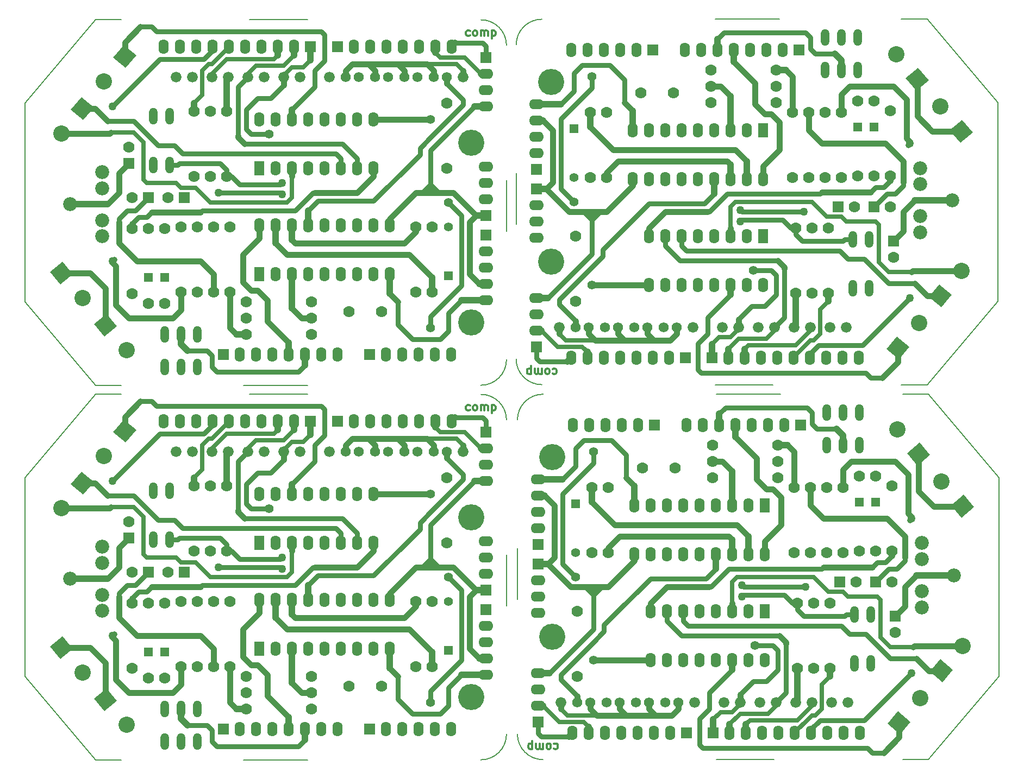
<source format=gtl>
G04 (created by PCBNEW (2013-07-07 BZR 4022)-stable) date 4/2/2015 4:19:38 PM*
%MOIN*%
G04 Gerber Fmt 3.4, Leading zero omitted, Abs format*
%FSLAX34Y34*%
G01*
G70*
G90*
G04 APERTURE LIST*
%ADD10C,0.00590551*%
%ADD11C,0.00787402*%
%ADD12C,0.011811*%
%ADD13O,0.052X0.104*%
%ADD14C,0.0859*%
%ADD15R,0.065X0.065*%
%ADD16O,0.062X0.09*%
%ADD17O,0.09X0.062*%
%ADD18C,0.07*%
%ADD19C,0.062*%
%ADD20C,0.066*%
%ADD21R,0.062X0.09*%
%ADD22R,0.055X0.055*%
%ADD23C,0.055*%
%ADD24C,0.1*%
%ADD25C,0.16*%
%ADD26C,0.05*%
%ADD27C,0.04*%
%ADD28C,0.035*%
%ADD29C,0.03*%
%ADD30C,0.025*%
G04 APERTURE END LIST*
G54D10*
G54D11*
X68251Y-15087D02*
X72188Y-15087D01*
X81243Y-15087D02*
X79668Y-15087D01*
X81243Y-37528D02*
X79668Y-37528D01*
X81243Y-15087D02*
X85574Y-20205D01*
X85574Y-21780D02*
X85574Y-20205D01*
X85574Y-25717D02*
X85574Y-21780D01*
X85574Y-32410D02*
X81243Y-37528D01*
X85574Y-32410D02*
X85574Y-25717D01*
X71794Y-37528D02*
X68251Y-37528D01*
X56046Y-27685D02*
X56046Y-24536D01*
X56046Y-35953D02*
G75*
G03X57621Y-37528I1574J0D01*
G74*
G01*
X57621Y-15087D02*
G75*
G03X56046Y-16662I0J-1574D01*
G74*
G01*
G54D12*
X58287Y-36562D02*
X58335Y-36538D01*
X58430Y-36538D01*
X58478Y-36562D01*
X58502Y-36586D01*
X58526Y-36633D01*
X58526Y-36776D01*
X58502Y-36824D01*
X58478Y-36848D01*
X58430Y-36871D01*
X58335Y-36871D01*
X58287Y-36848D01*
X58002Y-36538D02*
X58049Y-36562D01*
X58073Y-36586D01*
X58097Y-36633D01*
X58097Y-36776D01*
X58073Y-36824D01*
X58049Y-36848D01*
X58002Y-36871D01*
X57930Y-36871D01*
X57883Y-36848D01*
X57859Y-36824D01*
X57835Y-36776D01*
X57835Y-36633D01*
X57859Y-36586D01*
X57883Y-36562D01*
X57930Y-36538D01*
X58002Y-36538D01*
X57621Y-36538D02*
X57621Y-36871D01*
X57621Y-36824D02*
X57597Y-36848D01*
X57549Y-36871D01*
X57478Y-36871D01*
X57430Y-36848D01*
X57406Y-36800D01*
X57406Y-36538D01*
X57406Y-36800D02*
X57383Y-36848D01*
X57335Y-36871D01*
X57264Y-36871D01*
X57216Y-36848D01*
X57192Y-36800D01*
X57192Y-36538D01*
X56954Y-36871D02*
X56954Y-36371D01*
X56954Y-36848D02*
X56906Y-36871D01*
X56811Y-36871D01*
X56764Y-36848D01*
X56740Y-36824D01*
X56716Y-36776D01*
X56716Y-36633D01*
X56740Y-36586D01*
X56764Y-36562D01*
X56811Y-36538D01*
X56906Y-36538D01*
X56954Y-36562D01*
G54D11*
X43248Y-37562D02*
X39311Y-37562D01*
X30256Y-37562D02*
X31831Y-37562D01*
X30256Y-15121D02*
X31831Y-15121D01*
X30256Y-37562D02*
X25925Y-32444D01*
X25925Y-30869D02*
X25925Y-32444D01*
X25925Y-26932D02*
X25925Y-30869D01*
X25925Y-20239D02*
X30256Y-15121D01*
X25925Y-20239D02*
X25925Y-26932D01*
X39705Y-15121D02*
X43248Y-15121D01*
X55453Y-24964D02*
X55453Y-28113D01*
X55453Y-16696D02*
G75*
G03X53878Y-15121I-1574J0D01*
G74*
G01*
X53878Y-37562D02*
G75*
G03X55453Y-35987I0J1574D01*
G74*
G01*
G54D12*
X53212Y-16087D02*
X53164Y-16111D01*
X53069Y-16111D01*
X53021Y-16087D01*
X52997Y-16063D01*
X52973Y-16016D01*
X52973Y-15873D01*
X52997Y-15825D01*
X53021Y-15801D01*
X53069Y-15778D01*
X53164Y-15778D01*
X53212Y-15801D01*
X53497Y-16111D02*
X53450Y-16087D01*
X53426Y-16063D01*
X53402Y-16016D01*
X53402Y-15873D01*
X53426Y-15825D01*
X53450Y-15801D01*
X53497Y-15778D01*
X53569Y-15778D01*
X53616Y-15801D01*
X53640Y-15825D01*
X53664Y-15873D01*
X53664Y-16016D01*
X53640Y-16063D01*
X53616Y-16087D01*
X53569Y-16111D01*
X53497Y-16111D01*
X53878Y-16111D02*
X53878Y-15778D01*
X53878Y-15825D02*
X53902Y-15801D01*
X53950Y-15778D01*
X54021Y-15778D01*
X54069Y-15801D01*
X54093Y-15849D01*
X54093Y-16111D01*
X54093Y-15849D02*
X54116Y-15801D01*
X54164Y-15778D01*
X54235Y-15778D01*
X54283Y-15801D01*
X54307Y-15849D01*
X54307Y-16111D01*
X54545Y-15778D02*
X54545Y-16278D01*
X54545Y-15801D02*
X54593Y-15778D01*
X54688Y-15778D01*
X54735Y-15801D01*
X54759Y-15825D01*
X54783Y-15873D01*
X54783Y-16016D01*
X54759Y-16063D01*
X54735Y-16087D01*
X54688Y-16111D01*
X54593Y-16111D01*
X54545Y-16087D01*
G54D11*
X43248Y-60562D02*
X39311Y-60562D01*
X30256Y-60562D02*
X31831Y-60562D01*
X30256Y-38121D02*
X31831Y-38121D01*
X30256Y-60562D02*
X25925Y-55444D01*
X25925Y-53869D02*
X25925Y-55444D01*
X25925Y-49932D02*
X25925Y-53869D01*
X25925Y-43239D02*
X30256Y-38121D01*
X25925Y-43239D02*
X25925Y-49932D01*
X39705Y-38121D02*
X43248Y-38121D01*
X55453Y-47964D02*
X55453Y-51113D01*
X55453Y-39696D02*
G75*
G03X53878Y-38121I-1574J0D01*
G74*
G01*
X53878Y-60562D02*
G75*
G03X55453Y-58987I0J1574D01*
G74*
G01*
G54D12*
X53212Y-39087D02*
X53164Y-39111D01*
X53069Y-39111D01*
X53021Y-39087D01*
X52997Y-39063D01*
X52973Y-39016D01*
X52973Y-38873D01*
X52997Y-38825D01*
X53021Y-38801D01*
X53069Y-38778D01*
X53164Y-38778D01*
X53212Y-38801D01*
X53497Y-39111D02*
X53450Y-39087D01*
X53426Y-39063D01*
X53402Y-39016D01*
X53402Y-38873D01*
X53426Y-38825D01*
X53450Y-38801D01*
X53497Y-38778D01*
X53569Y-38778D01*
X53616Y-38801D01*
X53640Y-38825D01*
X53664Y-38873D01*
X53664Y-39016D01*
X53640Y-39063D01*
X53616Y-39087D01*
X53569Y-39111D01*
X53497Y-39111D01*
X53878Y-39111D02*
X53878Y-38778D01*
X53878Y-38825D02*
X53902Y-38801D01*
X53950Y-38778D01*
X54021Y-38778D01*
X54069Y-38801D01*
X54093Y-38849D01*
X54093Y-39111D01*
X54093Y-38849D02*
X54116Y-38801D01*
X54164Y-38778D01*
X54235Y-38778D01*
X54283Y-38801D01*
X54307Y-38849D01*
X54307Y-39111D01*
X54545Y-38778D02*
X54545Y-39278D01*
X54545Y-38801D02*
X54593Y-38778D01*
X54688Y-38778D01*
X54735Y-38801D01*
X54759Y-38825D01*
X54783Y-38873D01*
X54783Y-39016D01*
X54759Y-39063D01*
X54735Y-39087D01*
X54688Y-39111D01*
X54593Y-39111D01*
X54545Y-39087D01*
G54D11*
X68326Y-38112D02*
X72263Y-38112D01*
X81318Y-38112D02*
X79743Y-38112D01*
X81318Y-60553D02*
X79743Y-60553D01*
X81318Y-38112D02*
X85649Y-43230D01*
X85649Y-44805D02*
X85649Y-43230D01*
X85649Y-48742D02*
X85649Y-44805D01*
X85649Y-55435D02*
X81318Y-60553D01*
X85649Y-55435D02*
X85649Y-48742D01*
X71869Y-60553D02*
X68326Y-60553D01*
X56121Y-50710D02*
X56121Y-47561D01*
X56121Y-58978D02*
G75*
G03X57696Y-60553I1574J0D01*
G74*
G01*
X57696Y-38112D02*
G75*
G03X56121Y-39687I0J-1574D01*
G74*
G01*
G54D12*
X58362Y-59587D02*
X58410Y-59563D01*
X58505Y-59563D01*
X58553Y-59587D01*
X58577Y-59611D01*
X58601Y-59658D01*
X58601Y-59801D01*
X58577Y-59849D01*
X58553Y-59873D01*
X58505Y-59896D01*
X58410Y-59896D01*
X58362Y-59873D01*
X58077Y-59563D02*
X58124Y-59587D01*
X58148Y-59611D01*
X58172Y-59658D01*
X58172Y-59801D01*
X58148Y-59849D01*
X58124Y-59873D01*
X58077Y-59896D01*
X58005Y-59896D01*
X57958Y-59873D01*
X57934Y-59849D01*
X57910Y-59801D01*
X57910Y-59658D01*
X57934Y-59611D01*
X57958Y-59587D01*
X58005Y-59563D01*
X58077Y-59563D01*
X57696Y-59563D02*
X57696Y-59896D01*
X57696Y-59849D02*
X57672Y-59873D01*
X57624Y-59896D01*
X57553Y-59896D01*
X57505Y-59873D01*
X57481Y-59825D01*
X57481Y-59563D01*
X57481Y-59825D02*
X57458Y-59873D01*
X57410Y-59896D01*
X57339Y-59896D01*
X57291Y-59873D01*
X57267Y-59825D01*
X57267Y-59563D01*
X57029Y-59896D02*
X57029Y-59396D01*
X57029Y-59873D02*
X56981Y-59896D01*
X56886Y-59896D01*
X56839Y-59873D01*
X56815Y-59849D01*
X56791Y-59801D01*
X56791Y-59658D01*
X56815Y-59611D01*
X56839Y-59587D01*
X56886Y-59563D01*
X56981Y-59563D01*
X57029Y-59587D01*
G54D13*
X77000Y-18200D03*
X76000Y-18200D03*
X75000Y-18200D03*
X77000Y-16200D03*
X76000Y-16200D03*
X75000Y-16200D03*
G54D14*
X82800Y-26200D03*
X80832Y-28168D03*
X80832Y-27184D03*
X80832Y-25216D03*
X80832Y-24232D03*
G54D15*
X66418Y-35885D03*
G54D16*
X65418Y-35885D03*
X64418Y-35885D03*
X63418Y-35885D03*
X62418Y-35885D03*
X61418Y-35885D03*
X60418Y-35885D03*
X59418Y-35885D03*
G54D15*
X73406Y-16987D03*
G54D16*
X72406Y-16987D03*
X71406Y-16987D03*
X70406Y-16987D03*
X69406Y-16987D03*
X68406Y-16987D03*
X67406Y-16987D03*
X66406Y-16987D03*
G54D15*
X64433Y-16987D03*
G54D16*
X63433Y-16987D03*
X62433Y-16987D03*
X61433Y-16987D03*
X60433Y-16987D03*
X59433Y-16987D03*
G54D15*
X57300Y-24300D03*
G54D17*
X57300Y-23300D03*
X57300Y-22300D03*
X57300Y-21300D03*
X57300Y-20300D03*
G54D15*
X57300Y-35200D03*
G54D17*
X57300Y-34200D03*
X57300Y-33200D03*
X57300Y-32200D03*
G54D15*
X57300Y-25500D03*
G54D17*
X57300Y-26500D03*
X57300Y-27500D03*
X57300Y-28500D03*
G54D15*
X79200Y-28700D03*
G54D18*
X79200Y-29700D03*
G54D15*
X68063Y-35885D03*
G54D16*
X69063Y-35885D03*
X70063Y-35885D03*
X71063Y-35885D03*
X72063Y-35885D03*
X73063Y-35885D03*
X74063Y-35885D03*
X75063Y-35885D03*
X76063Y-35885D03*
X77063Y-35885D03*
G54D18*
X59700Y-32400D03*
X59700Y-28400D03*
X68000Y-19200D03*
X72000Y-19200D03*
X74000Y-24800D03*
X74000Y-20800D03*
X68000Y-20200D03*
X72000Y-20200D03*
X72000Y-18200D03*
X68000Y-18200D03*
X75000Y-20800D03*
X75000Y-24800D03*
X73000Y-20800D03*
X73000Y-24800D03*
X79000Y-20700D03*
X79000Y-24700D03*
X76000Y-24800D03*
X76000Y-20800D03*
X61600Y-20800D03*
X61600Y-24800D03*
X60600Y-20800D03*
X60600Y-24800D03*
X73200Y-31900D03*
X73200Y-27900D03*
G54D19*
X59700Y-34000D03*
G54D20*
X58700Y-34000D03*
X66900Y-34000D03*
G54D19*
X65900Y-34000D03*
X63300Y-34000D03*
X62300Y-34000D03*
G54D18*
X78000Y-20100D03*
X77000Y-20100D03*
G54D20*
X76300Y-34000D03*
X75300Y-34000D03*
G54D19*
X61500Y-34000D03*
X60500Y-34000D03*
G54D20*
X69700Y-34000D03*
X68700Y-34000D03*
X74100Y-34000D03*
X73100Y-34000D03*
X71900Y-34000D03*
X70900Y-34000D03*
G54D19*
X65100Y-34000D03*
X64100Y-34000D03*
G54D18*
X65700Y-19600D03*
X63700Y-19600D03*
G54D21*
X71200Y-21900D03*
G54D16*
X70200Y-21900D03*
X69200Y-21900D03*
X68200Y-21900D03*
X67200Y-21900D03*
X66200Y-21900D03*
X65200Y-21900D03*
X64200Y-21900D03*
X63200Y-21900D03*
X63200Y-24900D03*
X64200Y-24900D03*
X65200Y-24900D03*
X66200Y-24900D03*
X67200Y-24900D03*
X68200Y-24900D03*
X69200Y-24900D03*
X70200Y-24900D03*
X71200Y-24900D03*
G54D21*
X71200Y-28400D03*
G54D16*
X70200Y-28400D03*
X69200Y-28400D03*
X68200Y-28400D03*
X67200Y-28400D03*
X66200Y-28400D03*
X65200Y-28400D03*
X64200Y-28400D03*
X64200Y-31400D03*
X65200Y-31400D03*
X66200Y-31400D03*
X67200Y-31400D03*
X68200Y-31400D03*
X69200Y-31400D03*
X70200Y-31400D03*
X71200Y-31400D03*
G54D22*
X77000Y-21700D03*
G54D18*
X77000Y-24700D03*
G54D22*
X78000Y-21700D03*
G54D18*
X78000Y-24700D03*
G54D22*
X59600Y-21800D03*
G54D23*
X59600Y-24800D03*
G54D15*
X75800Y-26600D03*
G54D18*
X76800Y-26600D03*
G54D15*
X78000Y-26600D03*
G54D18*
X79000Y-26600D03*
G54D10*
G36*
X82118Y-32770D02*
X81352Y-32127D01*
X81995Y-31361D01*
X82761Y-32004D01*
X82118Y-32770D01*
X82118Y-32770D01*
G37*
G54D24*
X83342Y-30533D03*
G54D10*
G36*
X79518Y-35970D02*
X78752Y-35327D01*
X79395Y-34561D01*
X80161Y-35204D01*
X79518Y-35970D01*
X79518Y-35970D01*
G37*
G54D24*
X80742Y-33733D03*
G54D10*
G36*
X84047Y-22027D02*
X83281Y-22670D01*
X82638Y-21904D01*
X83404Y-21261D01*
X84047Y-22027D01*
X84047Y-22027D01*
G37*
G54D24*
X82057Y-20433D03*
G54D25*
X58193Y-18955D03*
X58193Y-29979D03*
G54D13*
X77700Y-28600D03*
X76700Y-28600D03*
X76700Y-31600D03*
X77700Y-31600D03*
G54D18*
X74200Y-27900D03*
X74200Y-31900D03*
X75200Y-27900D03*
X75200Y-31900D03*
G54D10*
G36*
X81347Y-18827D02*
X80581Y-19470D01*
X79938Y-18704D01*
X80704Y-18061D01*
X81347Y-18827D01*
X81347Y-18827D01*
G37*
G54D24*
X79357Y-17233D03*
G54D13*
X34500Y-34450D03*
X35500Y-34450D03*
X36500Y-34450D03*
X34500Y-36450D03*
X35500Y-36450D03*
X36500Y-36450D03*
G54D14*
X28700Y-26450D03*
X30668Y-24482D03*
X30668Y-25466D03*
X30668Y-27434D03*
X30668Y-28418D03*
G54D15*
X45081Y-16764D03*
G54D16*
X46081Y-16764D03*
X47081Y-16764D03*
X48081Y-16764D03*
X49081Y-16764D03*
X50081Y-16764D03*
X51081Y-16764D03*
X52081Y-16764D03*
G54D15*
X38093Y-35662D03*
G54D16*
X39093Y-35662D03*
X40093Y-35662D03*
X41093Y-35662D03*
X42093Y-35662D03*
X43093Y-35662D03*
X44093Y-35662D03*
X45093Y-35662D03*
G54D15*
X47066Y-35662D03*
G54D16*
X48066Y-35662D03*
X49066Y-35662D03*
X50066Y-35662D03*
X51066Y-35662D03*
X52066Y-35662D03*
G54D15*
X54200Y-28350D03*
G54D17*
X54200Y-29350D03*
X54200Y-30350D03*
X54200Y-31350D03*
X54200Y-32350D03*
G54D15*
X54200Y-17450D03*
G54D17*
X54200Y-18450D03*
X54200Y-19450D03*
X54200Y-20450D03*
G54D15*
X54200Y-27150D03*
G54D17*
X54200Y-26150D03*
X54200Y-25150D03*
X54200Y-24150D03*
G54D15*
X32300Y-23950D03*
G54D18*
X32300Y-22950D03*
G54D15*
X43436Y-16764D03*
G54D16*
X42436Y-16764D03*
X41436Y-16764D03*
X40436Y-16764D03*
X39436Y-16764D03*
X38436Y-16764D03*
X37436Y-16764D03*
X36436Y-16764D03*
X35436Y-16764D03*
X34436Y-16764D03*
G54D18*
X51800Y-20250D03*
X51800Y-24250D03*
X43500Y-33450D03*
X39500Y-33450D03*
X37500Y-27850D03*
X37500Y-31850D03*
X43500Y-32450D03*
X39500Y-32450D03*
X39500Y-34450D03*
X43500Y-34450D03*
X36500Y-31850D03*
X36500Y-27850D03*
X38500Y-31850D03*
X38500Y-27850D03*
X32500Y-31950D03*
X32500Y-27950D03*
X35500Y-27850D03*
X35500Y-31850D03*
X49900Y-31850D03*
X49900Y-27850D03*
X50900Y-31850D03*
X50900Y-27850D03*
X38300Y-20750D03*
X38300Y-24750D03*
G54D19*
X51800Y-18650D03*
G54D20*
X52800Y-18650D03*
X44600Y-18650D03*
G54D19*
X45600Y-18650D03*
X48200Y-18650D03*
X49200Y-18650D03*
G54D18*
X33500Y-32550D03*
X34500Y-32550D03*
G54D20*
X35200Y-18650D03*
X36200Y-18650D03*
G54D19*
X50000Y-18650D03*
X51000Y-18650D03*
G54D20*
X41800Y-18650D03*
X42800Y-18650D03*
X37400Y-18650D03*
X38400Y-18650D03*
X39600Y-18650D03*
X40600Y-18650D03*
G54D19*
X46400Y-18650D03*
X47400Y-18650D03*
G54D18*
X45800Y-33050D03*
X47800Y-33050D03*
G54D21*
X40300Y-30750D03*
G54D16*
X41300Y-30750D03*
X42300Y-30750D03*
X43300Y-30750D03*
X44300Y-30750D03*
X45300Y-30750D03*
X46300Y-30750D03*
X47300Y-30750D03*
X48300Y-30750D03*
X48300Y-27750D03*
X47300Y-27750D03*
X46300Y-27750D03*
X45300Y-27750D03*
X44300Y-27750D03*
X43300Y-27750D03*
X42300Y-27750D03*
X41300Y-27750D03*
X40300Y-27750D03*
G54D21*
X40300Y-24250D03*
G54D16*
X41300Y-24250D03*
X42300Y-24250D03*
X43300Y-24250D03*
X44300Y-24250D03*
X45300Y-24250D03*
X46300Y-24250D03*
X47300Y-24250D03*
X47300Y-21250D03*
X46300Y-21250D03*
X45300Y-21250D03*
X44300Y-21250D03*
X43300Y-21250D03*
X42300Y-21250D03*
X41300Y-21250D03*
X40300Y-21250D03*
G54D22*
X34500Y-30950D03*
G54D18*
X34500Y-27950D03*
G54D22*
X33500Y-30950D03*
G54D18*
X33500Y-27950D03*
G54D22*
X51900Y-30850D03*
G54D23*
X51900Y-27850D03*
G54D15*
X35700Y-26050D03*
G54D18*
X34700Y-26050D03*
G54D15*
X33500Y-26050D03*
G54D18*
X32500Y-26050D03*
G54D10*
G36*
X29381Y-19879D02*
X30147Y-20522D01*
X29504Y-21288D01*
X28738Y-20645D01*
X29381Y-19879D01*
X29381Y-19879D01*
G37*
G54D24*
X28157Y-22116D03*
G54D10*
G36*
X31981Y-16679D02*
X32747Y-17322D01*
X32104Y-18088D01*
X31338Y-17445D01*
X31981Y-16679D01*
X31981Y-16679D01*
G37*
G54D24*
X30757Y-18916D03*
G54D10*
G36*
X27452Y-30622D02*
X28218Y-29979D01*
X28861Y-30745D01*
X28095Y-31388D01*
X27452Y-30622D01*
X27452Y-30622D01*
G37*
G54D24*
X29442Y-32216D03*
G54D25*
X53306Y-33694D03*
X53306Y-22670D03*
G54D13*
X33800Y-24050D03*
X34800Y-24050D03*
X34800Y-21050D03*
X33800Y-21050D03*
G54D18*
X37300Y-24750D03*
X37300Y-20750D03*
X36300Y-24750D03*
X36300Y-20750D03*
G54D10*
G36*
X30152Y-33822D02*
X30918Y-33179D01*
X31561Y-33945D01*
X30795Y-34588D01*
X30152Y-33822D01*
X30152Y-33822D01*
G37*
G54D24*
X32142Y-35416D03*
G54D13*
X34500Y-57450D03*
X35500Y-57450D03*
X36500Y-57450D03*
X34500Y-59450D03*
X35500Y-59450D03*
X36500Y-59450D03*
G54D14*
X28700Y-49450D03*
X30668Y-47482D03*
X30668Y-48466D03*
X30668Y-50434D03*
X30668Y-51418D03*
G54D15*
X45081Y-39764D03*
G54D16*
X46081Y-39764D03*
X47081Y-39764D03*
X48081Y-39764D03*
X49081Y-39764D03*
X50081Y-39764D03*
X51081Y-39764D03*
X52081Y-39764D03*
G54D15*
X38093Y-58662D03*
G54D16*
X39093Y-58662D03*
X40093Y-58662D03*
X41093Y-58662D03*
X42093Y-58662D03*
X43093Y-58662D03*
X44093Y-58662D03*
X45093Y-58662D03*
G54D15*
X47066Y-58662D03*
G54D16*
X48066Y-58662D03*
X49066Y-58662D03*
X50066Y-58662D03*
X51066Y-58662D03*
X52066Y-58662D03*
G54D15*
X54200Y-51350D03*
G54D17*
X54200Y-52350D03*
X54200Y-53350D03*
X54200Y-54350D03*
X54200Y-55350D03*
G54D15*
X54200Y-40450D03*
G54D17*
X54200Y-41450D03*
X54200Y-42450D03*
X54200Y-43450D03*
G54D15*
X54200Y-50150D03*
G54D17*
X54200Y-49150D03*
X54200Y-48150D03*
X54200Y-47150D03*
G54D15*
X32300Y-46950D03*
G54D18*
X32300Y-45950D03*
G54D15*
X43436Y-39764D03*
G54D16*
X42436Y-39764D03*
X41436Y-39764D03*
X40436Y-39764D03*
X39436Y-39764D03*
X38436Y-39764D03*
X37436Y-39764D03*
X36436Y-39764D03*
X35436Y-39764D03*
X34436Y-39764D03*
G54D18*
X51800Y-43250D03*
X51800Y-47250D03*
X43500Y-56450D03*
X39500Y-56450D03*
X37500Y-50850D03*
X37500Y-54850D03*
X43500Y-55450D03*
X39500Y-55450D03*
X39500Y-57450D03*
X43500Y-57450D03*
X36500Y-54850D03*
X36500Y-50850D03*
X38500Y-54850D03*
X38500Y-50850D03*
X32500Y-54950D03*
X32500Y-50950D03*
X35500Y-50850D03*
X35500Y-54850D03*
X49900Y-54850D03*
X49900Y-50850D03*
X50900Y-54850D03*
X50900Y-50850D03*
X38300Y-43750D03*
X38300Y-47750D03*
G54D19*
X51800Y-41650D03*
G54D20*
X52800Y-41650D03*
X44600Y-41650D03*
G54D19*
X45600Y-41650D03*
X48200Y-41650D03*
X49200Y-41650D03*
G54D18*
X33500Y-55550D03*
X34500Y-55550D03*
G54D20*
X35200Y-41650D03*
X36200Y-41650D03*
G54D19*
X50000Y-41650D03*
X51000Y-41650D03*
G54D20*
X41800Y-41650D03*
X42800Y-41650D03*
X37400Y-41650D03*
X38400Y-41650D03*
X39600Y-41650D03*
X40600Y-41650D03*
G54D19*
X46400Y-41650D03*
X47400Y-41650D03*
G54D18*
X45800Y-56050D03*
X47800Y-56050D03*
G54D21*
X40300Y-53750D03*
G54D16*
X41300Y-53750D03*
X42300Y-53750D03*
X43300Y-53750D03*
X44300Y-53750D03*
X45300Y-53750D03*
X46300Y-53750D03*
X47300Y-53750D03*
X48300Y-53750D03*
X48300Y-50750D03*
X47300Y-50750D03*
X46300Y-50750D03*
X45300Y-50750D03*
X44300Y-50750D03*
X43300Y-50750D03*
X42300Y-50750D03*
X41300Y-50750D03*
X40300Y-50750D03*
G54D21*
X40300Y-47250D03*
G54D16*
X41300Y-47250D03*
X42300Y-47250D03*
X43300Y-47250D03*
X44300Y-47250D03*
X45300Y-47250D03*
X46300Y-47250D03*
X47300Y-47250D03*
X47300Y-44250D03*
X46300Y-44250D03*
X45300Y-44250D03*
X44300Y-44250D03*
X43300Y-44250D03*
X42300Y-44250D03*
X41300Y-44250D03*
X40300Y-44250D03*
G54D22*
X34500Y-53950D03*
G54D18*
X34500Y-50950D03*
G54D22*
X33500Y-53950D03*
G54D18*
X33500Y-50950D03*
G54D22*
X51900Y-53850D03*
G54D23*
X51900Y-50850D03*
G54D15*
X35700Y-49050D03*
G54D18*
X34700Y-49050D03*
G54D15*
X33500Y-49050D03*
G54D18*
X32500Y-49050D03*
G54D10*
G36*
X29381Y-42879D02*
X30147Y-43522D01*
X29504Y-44288D01*
X28738Y-43645D01*
X29381Y-42879D01*
X29381Y-42879D01*
G37*
G54D24*
X28157Y-45116D03*
G54D10*
G36*
X31981Y-39679D02*
X32747Y-40322D01*
X32104Y-41088D01*
X31338Y-40445D01*
X31981Y-39679D01*
X31981Y-39679D01*
G37*
G54D24*
X30757Y-41916D03*
G54D10*
G36*
X27452Y-53622D02*
X28218Y-52979D01*
X28861Y-53745D01*
X28095Y-54388D01*
X27452Y-53622D01*
X27452Y-53622D01*
G37*
G54D24*
X29442Y-55216D03*
G54D25*
X53306Y-56694D03*
X53306Y-45670D03*
G54D13*
X33800Y-47050D03*
X34800Y-47050D03*
X34800Y-44050D03*
X33800Y-44050D03*
G54D18*
X37300Y-47750D03*
X37300Y-43750D03*
X36300Y-47750D03*
X36300Y-43750D03*
G54D10*
G36*
X30152Y-56822D02*
X30918Y-56179D01*
X31561Y-56945D01*
X30795Y-57588D01*
X30152Y-56822D01*
X30152Y-56822D01*
G37*
G54D24*
X32142Y-58416D03*
G54D13*
X77075Y-41225D03*
X76075Y-41225D03*
X75075Y-41225D03*
X77075Y-39225D03*
X76075Y-39225D03*
X75075Y-39225D03*
G54D14*
X82875Y-49225D03*
X80907Y-51193D03*
X80907Y-50209D03*
X80907Y-48241D03*
X80907Y-47257D03*
G54D15*
X66493Y-58910D03*
G54D16*
X65493Y-58910D03*
X64493Y-58910D03*
X63493Y-58910D03*
X62493Y-58910D03*
X61493Y-58910D03*
X60493Y-58910D03*
X59493Y-58910D03*
G54D15*
X73481Y-40012D03*
G54D16*
X72481Y-40012D03*
X71481Y-40012D03*
X70481Y-40012D03*
X69481Y-40012D03*
X68481Y-40012D03*
X67481Y-40012D03*
X66481Y-40012D03*
G54D15*
X64508Y-40012D03*
G54D16*
X63508Y-40012D03*
X62508Y-40012D03*
X61508Y-40012D03*
X60508Y-40012D03*
X59508Y-40012D03*
G54D15*
X57375Y-47325D03*
G54D17*
X57375Y-46325D03*
X57375Y-45325D03*
X57375Y-44325D03*
X57375Y-43325D03*
G54D15*
X57375Y-58225D03*
G54D17*
X57375Y-57225D03*
X57375Y-56225D03*
X57375Y-55225D03*
G54D15*
X57375Y-48525D03*
G54D17*
X57375Y-49525D03*
X57375Y-50525D03*
X57375Y-51525D03*
G54D15*
X79275Y-51725D03*
G54D18*
X79275Y-52725D03*
G54D15*
X68138Y-58910D03*
G54D16*
X69138Y-58910D03*
X70138Y-58910D03*
X71138Y-58910D03*
X72138Y-58910D03*
X73138Y-58910D03*
X74138Y-58910D03*
X75138Y-58910D03*
X76138Y-58910D03*
X77138Y-58910D03*
G54D18*
X59775Y-55425D03*
X59775Y-51425D03*
X68075Y-42225D03*
X72075Y-42225D03*
X74075Y-47825D03*
X74075Y-43825D03*
X68075Y-43225D03*
X72075Y-43225D03*
X72075Y-41225D03*
X68075Y-41225D03*
X75075Y-43825D03*
X75075Y-47825D03*
X73075Y-43825D03*
X73075Y-47825D03*
X79075Y-43725D03*
X79075Y-47725D03*
X76075Y-47825D03*
X76075Y-43825D03*
X61675Y-43825D03*
X61675Y-47825D03*
X60675Y-43825D03*
X60675Y-47825D03*
X73275Y-54925D03*
X73275Y-50925D03*
G54D19*
X59775Y-57025D03*
G54D20*
X58775Y-57025D03*
X66975Y-57025D03*
G54D19*
X65975Y-57025D03*
X63375Y-57025D03*
X62375Y-57025D03*
G54D18*
X78075Y-43125D03*
X77075Y-43125D03*
G54D20*
X76375Y-57025D03*
X75375Y-57025D03*
G54D19*
X61575Y-57025D03*
X60575Y-57025D03*
G54D20*
X69775Y-57025D03*
X68775Y-57025D03*
X74175Y-57025D03*
X73175Y-57025D03*
X71975Y-57025D03*
X70975Y-57025D03*
G54D19*
X65175Y-57025D03*
X64175Y-57025D03*
G54D18*
X65775Y-42625D03*
X63775Y-42625D03*
G54D21*
X71275Y-44925D03*
G54D16*
X70275Y-44925D03*
X69275Y-44925D03*
X68275Y-44925D03*
X67275Y-44925D03*
X66275Y-44925D03*
X65275Y-44925D03*
X64275Y-44925D03*
X63275Y-44925D03*
X63275Y-47925D03*
X64275Y-47925D03*
X65275Y-47925D03*
X66275Y-47925D03*
X67275Y-47925D03*
X68275Y-47925D03*
X69275Y-47925D03*
X70275Y-47925D03*
X71275Y-47925D03*
G54D21*
X71275Y-51425D03*
G54D16*
X70275Y-51425D03*
X69275Y-51425D03*
X68275Y-51425D03*
X67275Y-51425D03*
X66275Y-51425D03*
X65275Y-51425D03*
X64275Y-51425D03*
X64275Y-54425D03*
X65275Y-54425D03*
X66275Y-54425D03*
X67275Y-54425D03*
X68275Y-54425D03*
X69275Y-54425D03*
X70275Y-54425D03*
X71275Y-54425D03*
G54D22*
X77075Y-44725D03*
G54D18*
X77075Y-47725D03*
G54D22*
X78075Y-44725D03*
G54D18*
X78075Y-47725D03*
G54D22*
X59675Y-44825D03*
G54D23*
X59675Y-47825D03*
G54D15*
X75875Y-49625D03*
G54D18*
X76875Y-49625D03*
G54D15*
X78075Y-49625D03*
G54D18*
X79075Y-49625D03*
G54D10*
G36*
X82193Y-55795D02*
X81427Y-55152D01*
X82070Y-54386D01*
X82836Y-55029D01*
X82193Y-55795D01*
X82193Y-55795D01*
G37*
G54D24*
X83417Y-53558D03*
G54D10*
G36*
X79593Y-58995D02*
X78827Y-58352D01*
X79470Y-57586D01*
X80236Y-58229D01*
X79593Y-58995D01*
X79593Y-58995D01*
G37*
G54D24*
X80817Y-56758D03*
G54D10*
G36*
X84122Y-45052D02*
X83356Y-45695D01*
X82713Y-44929D01*
X83479Y-44286D01*
X84122Y-45052D01*
X84122Y-45052D01*
G37*
G54D24*
X82132Y-43458D03*
G54D25*
X58268Y-41980D03*
X58268Y-53004D03*
G54D13*
X77775Y-51625D03*
X76775Y-51625D03*
X76775Y-54625D03*
X77775Y-54625D03*
G54D18*
X74275Y-50925D03*
X74275Y-54925D03*
X75275Y-50925D03*
X75275Y-54925D03*
G54D10*
G36*
X81422Y-41852D02*
X80656Y-42495D01*
X80013Y-41729D01*
X80779Y-41086D01*
X81422Y-41852D01*
X81422Y-41852D01*
G37*
G54D24*
X79432Y-40258D03*
G54D23*
X60700Y-31400D03*
X50800Y-21250D03*
X50800Y-44250D03*
X60775Y-54425D03*
X70600Y-30500D03*
X40900Y-22150D03*
X40900Y-45150D03*
X70675Y-53525D03*
X60700Y-18600D03*
X59600Y-26300D03*
X50800Y-34050D03*
X51900Y-26350D03*
X50800Y-57050D03*
X51900Y-49350D03*
X60775Y-41625D03*
X59675Y-49325D03*
G54D26*
X69800Y-27500D03*
X80200Y-32200D03*
X41700Y-25150D03*
X31300Y-20450D03*
X41700Y-48150D03*
X31300Y-43450D03*
X69875Y-50525D03*
X80275Y-55225D03*
X73700Y-26900D03*
X69800Y-26800D03*
X37800Y-25750D03*
X41700Y-25850D03*
X37800Y-48750D03*
X41700Y-48850D03*
X73775Y-49925D03*
X69875Y-49825D03*
X80200Y-22700D03*
X31300Y-29950D03*
X31300Y-52950D03*
X80275Y-45725D03*
G54D27*
X57300Y-32200D02*
X58000Y-32200D01*
G54D28*
X60700Y-31400D02*
X61900Y-31400D01*
G54D29*
X61900Y-31400D02*
X61800Y-31400D01*
G54D28*
X61800Y-31400D02*
X64200Y-31400D01*
G54D29*
X60700Y-27400D02*
X60700Y-27100D01*
X60700Y-27900D02*
X60700Y-27400D01*
X60700Y-27400D02*
X60200Y-26900D01*
X60700Y-27400D02*
X61200Y-26900D01*
X60700Y-29500D02*
X60700Y-27900D01*
X58000Y-32200D02*
X60700Y-29500D01*
G54D28*
X63200Y-24900D02*
X63200Y-25300D01*
X63200Y-25300D02*
X61600Y-26900D01*
X61600Y-26900D02*
X61200Y-26900D01*
X59300Y-26900D02*
X57900Y-25500D01*
X61200Y-26900D02*
X60200Y-26900D01*
X60200Y-26900D02*
X59300Y-26900D01*
G54D27*
X57300Y-21300D02*
X57700Y-21300D01*
X57900Y-25500D02*
X57300Y-25500D01*
G54D28*
X58300Y-25100D02*
X57900Y-25500D01*
X58300Y-21900D02*
X58300Y-25100D01*
X57700Y-21300D02*
X58300Y-21900D01*
G54D27*
X69406Y-16987D02*
X69406Y-17706D01*
G54D28*
X71200Y-24100D02*
X71200Y-24900D01*
X72200Y-23100D02*
X71200Y-24100D01*
X72200Y-21400D02*
X72200Y-23100D01*
X71700Y-20900D02*
X72200Y-21400D01*
X71300Y-20900D02*
X71700Y-20900D01*
X70700Y-20300D02*
X71300Y-20900D01*
X70700Y-19000D02*
X70700Y-20300D01*
X69406Y-17706D02*
X70700Y-19000D01*
G54D27*
X54200Y-20450D02*
X53500Y-20450D01*
G54D28*
X50800Y-21250D02*
X49600Y-21250D01*
G54D29*
X49600Y-21250D02*
X49700Y-21250D01*
G54D28*
X49700Y-21250D02*
X47300Y-21250D01*
G54D29*
X50800Y-25250D02*
X50800Y-25550D01*
X50800Y-24750D02*
X50800Y-25250D01*
X50800Y-25250D02*
X51300Y-25750D01*
X50800Y-25250D02*
X50300Y-25750D01*
X50800Y-23150D02*
X50800Y-24750D01*
X53500Y-20450D02*
X50800Y-23150D01*
G54D28*
X48300Y-27750D02*
X48300Y-27350D01*
X48300Y-27350D02*
X49900Y-25750D01*
X49900Y-25750D02*
X50300Y-25750D01*
X52200Y-25750D02*
X53600Y-27150D01*
X50300Y-25750D02*
X51300Y-25750D01*
X51300Y-25750D02*
X52200Y-25750D01*
G54D27*
X54200Y-31350D02*
X53800Y-31350D01*
X53600Y-27150D02*
X54200Y-27150D01*
G54D28*
X53200Y-27550D02*
X53600Y-27150D01*
X53200Y-30750D02*
X53200Y-27550D01*
X53800Y-31350D02*
X53200Y-30750D01*
G54D27*
X42093Y-35662D02*
X42093Y-34943D01*
G54D28*
X40300Y-28550D02*
X40300Y-27750D01*
X39300Y-29550D02*
X40300Y-28550D01*
X39300Y-31250D02*
X39300Y-29550D01*
X39800Y-31750D02*
X39300Y-31250D01*
X40200Y-31750D02*
X39800Y-31750D01*
X40800Y-32350D02*
X40200Y-31750D01*
X40800Y-33650D02*
X40800Y-32350D01*
X42093Y-34943D02*
X40800Y-33650D01*
G54D27*
X54200Y-43450D02*
X53500Y-43450D01*
G54D28*
X50800Y-44250D02*
X49600Y-44250D01*
G54D29*
X49600Y-44250D02*
X49700Y-44250D01*
G54D28*
X49700Y-44250D02*
X47300Y-44250D01*
G54D29*
X50800Y-48250D02*
X50800Y-48550D01*
X50800Y-47750D02*
X50800Y-48250D01*
X50800Y-48250D02*
X51300Y-48750D01*
X50800Y-48250D02*
X50300Y-48750D01*
X50800Y-46150D02*
X50800Y-47750D01*
X53500Y-43450D02*
X50800Y-46150D01*
G54D28*
X48300Y-50750D02*
X48300Y-50350D01*
X48300Y-50350D02*
X49900Y-48750D01*
X49900Y-48750D02*
X50300Y-48750D01*
X52200Y-48750D02*
X53600Y-50150D01*
X50300Y-48750D02*
X51300Y-48750D01*
X51300Y-48750D02*
X52200Y-48750D01*
G54D27*
X54200Y-54350D02*
X53800Y-54350D01*
X53600Y-50150D02*
X54200Y-50150D01*
G54D28*
X53200Y-50550D02*
X53600Y-50150D01*
X53200Y-53750D02*
X53200Y-50550D01*
X53800Y-54350D02*
X53200Y-53750D01*
G54D27*
X42093Y-58662D02*
X42093Y-57943D01*
G54D28*
X40300Y-51550D02*
X40300Y-50750D01*
X39300Y-52550D02*
X40300Y-51550D01*
X39300Y-54250D02*
X39300Y-52550D01*
X39800Y-54750D02*
X39300Y-54250D01*
X40200Y-54750D02*
X39800Y-54750D01*
X40800Y-55350D02*
X40200Y-54750D01*
X40800Y-56650D02*
X40800Y-55350D01*
X42093Y-57943D02*
X40800Y-56650D01*
G54D27*
X57375Y-55225D02*
X58075Y-55225D01*
G54D28*
X60775Y-54425D02*
X61975Y-54425D01*
G54D29*
X61975Y-54425D02*
X61875Y-54425D01*
G54D28*
X61875Y-54425D02*
X64275Y-54425D01*
G54D29*
X60775Y-50425D02*
X60775Y-50125D01*
X60775Y-50925D02*
X60775Y-50425D01*
X60775Y-50425D02*
X60275Y-49925D01*
X60775Y-50425D02*
X61275Y-49925D01*
X60775Y-52525D02*
X60775Y-50925D01*
X58075Y-55225D02*
X60775Y-52525D01*
G54D28*
X63275Y-47925D02*
X63275Y-48325D01*
X63275Y-48325D02*
X61675Y-49925D01*
X61675Y-49925D02*
X61275Y-49925D01*
X59375Y-49925D02*
X57975Y-48525D01*
X61275Y-49925D02*
X60275Y-49925D01*
X60275Y-49925D02*
X59375Y-49925D01*
G54D27*
X57375Y-44325D02*
X57775Y-44325D01*
X57975Y-48525D02*
X57375Y-48525D01*
G54D28*
X58375Y-48125D02*
X57975Y-48525D01*
X58375Y-44925D02*
X58375Y-48125D01*
X57775Y-44325D02*
X58375Y-44925D01*
G54D27*
X69481Y-40012D02*
X69481Y-40731D01*
G54D28*
X71275Y-47125D02*
X71275Y-47925D01*
X72275Y-46125D02*
X71275Y-47125D01*
X72275Y-44425D02*
X72275Y-46125D01*
X71775Y-43925D02*
X72275Y-44425D01*
X71375Y-43925D02*
X71775Y-43925D01*
X70775Y-43325D02*
X71375Y-43925D01*
X70775Y-42025D02*
X70775Y-43325D01*
X69481Y-40731D02*
X70775Y-42025D01*
G54D29*
X68600Y-26200D02*
X69000Y-25800D01*
X74700Y-25800D02*
X74800Y-25700D01*
X69000Y-25800D02*
X74700Y-25800D01*
X67900Y-26900D02*
X67800Y-26900D01*
X68600Y-26200D02*
X67900Y-26900D01*
G54D28*
X67800Y-26900D02*
X65200Y-26900D01*
X79000Y-24700D02*
X79000Y-25000D01*
X64200Y-27900D02*
X64200Y-28400D01*
X65200Y-26900D02*
X64200Y-27900D01*
X77800Y-25700D02*
X74800Y-25700D01*
G54D29*
X78100Y-25400D02*
X77800Y-25700D01*
X78600Y-25400D02*
X78100Y-25400D01*
X79000Y-25000D02*
X78600Y-25400D01*
X42900Y-26450D02*
X42500Y-26850D01*
X36800Y-26850D02*
X36700Y-26950D01*
X42500Y-26850D02*
X36800Y-26850D01*
X43600Y-25750D02*
X43700Y-25750D01*
X42900Y-26450D02*
X43600Y-25750D01*
G54D28*
X43700Y-25750D02*
X46300Y-25750D01*
X32500Y-27950D02*
X32500Y-27650D01*
X47300Y-24750D02*
X47300Y-24250D01*
X46300Y-25750D02*
X47300Y-24750D01*
X33700Y-26950D02*
X36700Y-26950D01*
G54D29*
X33400Y-27250D02*
X33700Y-26950D01*
X32900Y-27250D02*
X33400Y-27250D01*
X32500Y-27650D02*
X32900Y-27250D01*
X42900Y-49450D02*
X42500Y-49850D01*
X36800Y-49850D02*
X36700Y-49950D01*
X42500Y-49850D02*
X36800Y-49850D01*
X43600Y-48750D02*
X43700Y-48750D01*
X42900Y-49450D02*
X43600Y-48750D01*
G54D28*
X43700Y-48750D02*
X46300Y-48750D01*
X32500Y-50950D02*
X32500Y-50650D01*
X47300Y-47750D02*
X47300Y-47250D01*
X46300Y-48750D02*
X47300Y-47750D01*
X33700Y-49950D02*
X36700Y-49950D01*
G54D29*
X33400Y-50250D02*
X33700Y-49950D01*
X32900Y-50250D02*
X33400Y-50250D01*
X32500Y-50650D02*
X32900Y-50250D01*
X68675Y-49225D02*
X69075Y-48825D01*
X74775Y-48825D02*
X74875Y-48725D01*
X69075Y-48825D02*
X74775Y-48825D01*
X67975Y-49925D02*
X67875Y-49925D01*
X68675Y-49225D02*
X67975Y-49925D01*
G54D28*
X67875Y-49925D02*
X65275Y-49925D01*
X79075Y-47725D02*
X79075Y-48025D01*
X64275Y-50925D02*
X64275Y-51425D01*
X65275Y-49925D02*
X64275Y-50925D01*
X77875Y-48725D02*
X74875Y-48725D01*
G54D29*
X78175Y-48425D02*
X77875Y-48725D01*
X78675Y-48425D02*
X78175Y-48425D01*
X79075Y-48025D02*
X78675Y-48425D01*
X60600Y-30400D02*
X60300Y-30700D01*
X68200Y-25800D02*
X67600Y-26400D01*
X67600Y-26400D02*
X64200Y-26400D01*
X64200Y-26400D02*
X61750Y-28850D01*
G54D27*
X68200Y-24900D02*
X68200Y-25800D01*
G54D29*
X61750Y-28850D02*
X61350Y-29250D01*
X61350Y-29650D02*
X60600Y-30400D01*
X61350Y-29250D02*
X61350Y-29650D01*
G54D28*
X59700Y-33600D02*
X59700Y-34000D01*
G54D29*
X58700Y-32600D02*
X59700Y-33600D01*
X58700Y-32300D02*
X58700Y-32600D01*
X59400Y-31600D02*
X58700Y-32300D01*
X60300Y-30700D02*
X59400Y-31600D01*
X50900Y-22250D02*
X51200Y-21950D01*
X43300Y-26850D02*
X43900Y-26250D01*
X43900Y-26250D02*
X47300Y-26250D01*
X47300Y-26250D02*
X49750Y-23800D01*
G54D27*
X43300Y-27750D02*
X43300Y-26850D01*
G54D29*
X49750Y-23800D02*
X50150Y-23400D01*
X50150Y-23000D02*
X50900Y-22250D01*
X50150Y-23400D02*
X50150Y-23000D01*
G54D28*
X51800Y-19050D02*
X51800Y-18650D01*
G54D29*
X52800Y-20050D02*
X51800Y-19050D01*
X52800Y-20350D02*
X52800Y-20050D01*
X52100Y-21050D02*
X52800Y-20350D01*
X51200Y-21950D02*
X52100Y-21050D01*
X50900Y-45250D02*
X51200Y-44950D01*
X43300Y-49850D02*
X43900Y-49250D01*
X43900Y-49250D02*
X47300Y-49250D01*
X47300Y-49250D02*
X49750Y-46800D01*
G54D27*
X43300Y-50750D02*
X43300Y-49850D01*
G54D29*
X49750Y-46800D02*
X50150Y-46400D01*
X50150Y-46000D02*
X50900Y-45250D01*
X50150Y-46400D02*
X50150Y-46000D01*
G54D28*
X51800Y-42050D02*
X51800Y-41650D01*
G54D29*
X52800Y-43050D02*
X51800Y-42050D01*
X52800Y-43350D02*
X52800Y-43050D01*
X52100Y-44050D02*
X52800Y-43350D01*
X51200Y-44950D02*
X52100Y-44050D01*
X60675Y-53425D02*
X60375Y-53725D01*
X68275Y-48825D02*
X67675Y-49425D01*
X67675Y-49425D02*
X64275Y-49425D01*
X64275Y-49425D02*
X61825Y-51875D01*
G54D27*
X68275Y-47925D02*
X68275Y-48825D01*
G54D29*
X61825Y-51875D02*
X61425Y-52275D01*
X61425Y-52675D02*
X60675Y-53425D01*
X61425Y-52275D02*
X61425Y-52675D01*
G54D28*
X59775Y-56625D02*
X59775Y-57025D01*
G54D29*
X58775Y-55625D02*
X59775Y-56625D01*
X58775Y-55325D02*
X58775Y-55625D01*
X59475Y-54625D02*
X58775Y-55325D01*
X60375Y-53725D02*
X59475Y-54625D01*
X72000Y-30800D02*
X72000Y-30900D01*
X71700Y-30500D02*
X72000Y-30800D01*
X70600Y-30500D02*
X71700Y-30500D01*
X72000Y-30900D02*
X72000Y-32000D01*
X72000Y-32000D02*
X71300Y-32700D01*
X71300Y-32700D02*
X70500Y-32700D01*
X70500Y-32700D02*
X69700Y-33500D01*
G54D28*
X69700Y-33500D02*
X69700Y-34000D01*
G54D30*
X69700Y-34000D02*
X69700Y-34100D01*
G54D27*
X68063Y-35036D02*
X68063Y-35885D01*
G54D30*
X68500Y-34600D02*
X68063Y-35036D01*
X69200Y-34600D02*
X68500Y-34600D01*
X69700Y-34100D02*
X69200Y-34600D01*
G54D29*
X39500Y-21850D02*
X39500Y-21750D01*
X39800Y-22150D02*
X39500Y-21850D01*
X40900Y-22150D02*
X39800Y-22150D01*
X39500Y-21750D02*
X39500Y-20650D01*
X39500Y-20650D02*
X40200Y-19950D01*
X40200Y-19950D02*
X41000Y-19950D01*
X41000Y-19950D02*
X41800Y-19150D01*
G54D28*
X41800Y-19150D02*
X41800Y-18650D01*
G54D30*
X41800Y-18650D02*
X41800Y-18550D01*
G54D27*
X43436Y-17613D02*
X43436Y-16764D01*
G54D30*
X43000Y-18050D02*
X43436Y-17613D01*
X42300Y-18050D02*
X43000Y-18050D01*
X41800Y-18550D02*
X42300Y-18050D01*
G54D29*
X39500Y-44850D02*
X39500Y-44750D01*
X39800Y-45150D02*
X39500Y-44850D01*
X40900Y-45150D02*
X39800Y-45150D01*
X39500Y-44750D02*
X39500Y-43650D01*
X39500Y-43650D02*
X40200Y-42950D01*
X40200Y-42950D02*
X41000Y-42950D01*
X41000Y-42950D02*
X41800Y-42150D01*
G54D28*
X41800Y-42150D02*
X41800Y-41650D01*
G54D30*
X41800Y-41650D02*
X41800Y-41550D01*
G54D27*
X43436Y-40613D02*
X43436Y-39764D01*
G54D30*
X43000Y-41050D02*
X43436Y-40613D01*
X42300Y-41050D02*
X43000Y-41050D01*
X41800Y-41550D02*
X42300Y-41050D01*
G54D29*
X72075Y-53825D02*
X72075Y-53925D01*
X71775Y-53525D02*
X72075Y-53825D01*
X70675Y-53525D02*
X71775Y-53525D01*
X72075Y-53925D02*
X72075Y-55025D01*
X72075Y-55025D02*
X71375Y-55725D01*
X71375Y-55725D02*
X70575Y-55725D01*
X70575Y-55725D02*
X69775Y-56525D01*
G54D28*
X69775Y-56525D02*
X69775Y-57025D01*
G54D30*
X69775Y-57025D02*
X69775Y-57125D01*
G54D27*
X68138Y-58061D02*
X68138Y-58910D01*
G54D30*
X68575Y-57625D02*
X68138Y-58061D01*
X69275Y-57625D02*
X68575Y-57625D01*
X69775Y-57125D02*
X69275Y-57625D01*
G54D28*
X72500Y-30400D02*
X72500Y-30300D01*
X72500Y-30300D02*
X72100Y-29900D01*
G54D29*
X72500Y-30400D02*
X72500Y-33400D01*
G54D30*
X71900Y-34000D02*
X71900Y-34200D01*
G54D27*
X69063Y-35336D02*
X69063Y-35885D01*
G54D30*
X69700Y-34700D02*
X69063Y-35336D01*
X71400Y-34700D02*
X69700Y-34700D01*
X71900Y-34200D02*
X71400Y-34700D01*
G54D29*
X65200Y-28400D02*
X65200Y-29000D01*
X66100Y-29900D02*
X72100Y-29900D01*
X65200Y-29000D02*
X66100Y-29900D01*
X72500Y-33400D02*
X71900Y-34000D01*
G54D28*
X39000Y-22250D02*
X39000Y-22350D01*
X39000Y-22350D02*
X39400Y-22750D01*
G54D29*
X39000Y-22250D02*
X39000Y-19250D01*
G54D30*
X39600Y-18650D02*
X39600Y-18450D01*
G54D27*
X42436Y-17313D02*
X42436Y-16764D01*
G54D30*
X41800Y-17950D02*
X42436Y-17313D01*
X40100Y-17950D02*
X41800Y-17950D01*
X39600Y-18450D02*
X40100Y-17950D01*
G54D29*
X46300Y-24250D02*
X46300Y-23650D01*
X45400Y-22750D02*
X39400Y-22750D01*
X46300Y-23650D02*
X45400Y-22750D01*
X39000Y-19250D02*
X39600Y-18650D01*
G54D28*
X39000Y-45250D02*
X39000Y-45350D01*
X39000Y-45350D02*
X39400Y-45750D01*
G54D29*
X39000Y-45250D02*
X39000Y-42250D01*
G54D30*
X39600Y-41650D02*
X39600Y-41450D01*
G54D27*
X42436Y-40313D02*
X42436Y-39764D01*
G54D30*
X41800Y-40950D02*
X42436Y-40313D01*
X40100Y-40950D02*
X41800Y-40950D01*
X39600Y-41450D02*
X40100Y-40950D01*
G54D29*
X46300Y-47250D02*
X46300Y-46650D01*
X45400Y-45750D02*
X39400Y-45750D01*
X46300Y-46650D02*
X45400Y-45750D01*
X39000Y-42250D02*
X39600Y-41650D01*
G54D28*
X72575Y-53425D02*
X72575Y-53325D01*
X72575Y-53325D02*
X72175Y-52925D01*
G54D29*
X72575Y-53425D02*
X72575Y-56425D01*
G54D30*
X71975Y-57025D02*
X71975Y-57225D01*
G54D27*
X69138Y-58361D02*
X69138Y-58910D01*
G54D30*
X69775Y-57725D02*
X69138Y-58361D01*
X71475Y-57725D02*
X69775Y-57725D01*
X71975Y-57225D02*
X71475Y-57725D01*
G54D29*
X65275Y-51425D02*
X65275Y-52025D01*
X66175Y-52925D02*
X72175Y-52925D01*
X65275Y-52025D02*
X66175Y-52925D01*
X72575Y-56425D02*
X71975Y-57025D01*
G54D30*
X74100Y-34000D02*
X74100Y-34200D01*
G54D27*
X70063Y-35336D02*
X70063Y-35885D01*
G54D30*
X70300Y-35100D02*
X70063Y-35336D01*
X73200Y-35100D02*
X70300Y-35100D01*
X74100Y-34200D02*
X73200Y-35100D01*
X37400Y-18650D02*
X37400Y-18450D01*
G54D27*
X41436Y-17313D02*
X41436Y-16764D01*
G54D30*
X41200Y-17550D02*
X41436Y-17313D01*
X38300Y-17550D02*
X41200Y-17550D01*
X37400Y-18450D02*
X38300Y-17550D01*
X37400Y-41650D02*
X37400Y-41450D01*
G54D27*
X41436Y-40313D02*
X41436Y-39764D01*
G54D30*
X41200Y-40550D02*
X41436Y-40313D01*
X38300Y-40550D02*
X41200Y-40550D01*
X37400Y-41450D02*
X38300Y-40550D01*
X74175Y-57025D02*
X74175Y-57225D01*
G54D27*
X70138Y-58361D02*
X70138Y-58910D01*
G54D30*
X70375Y-58125D02*
X70138Y-58361D01*
X73275Y-58125D02*
X70375Y-58125D01*
X74175Y-57225D02*
X73275Y-58125D01*
G54D27*
X57300Y-34200D02*
X57600Y-34200D01*
X60418Y-35518D02*
X60418Y-35885D01*
G54D30*
X60100Y-35200D02*
X60418Y-35518D01*
X58600Y-35200D02*
X60100Y-35200D01*
X57600Y-34200D02*
X58600Y-35200D01*
G54D27*
X54200Y-18450D02*
X53900Y-18450D01*
X51081Y-17131D02*
X51081Y-16764D01*
G54D30*
X51400Y-17450D02*
X51081Y-17131D01*
X52900Y-17450D02*
X51400Y-17450D01*
X53900Y-18450D02*
X52900Y-17450D01*
G54D27*
X54200Y-41450D02*
X53900Y-41450D01*
X51081Y-40131D02*
X51081Y-39764D01*
G54D30*
X51400Y-40450D02*
X51081Y-40131D01*
X52900Y-40450D02*
X51400Y-40450D01*
X53900Y-41450D02*
X52900Y-40450D01*
G54D27*
X57375Y-57225D02*
X57675Y-57225D01*
X60493Y-58543D02*
X60493Y-58910D01*
G54D30*
X60175Y-58225D02*
X60493Y-58543D01*
X58675Y-58225D02*
X60175Y-58225D01*
X57675Y-57225D02*
X58675Y-58225D01*
X74700Y-34400D02*
X74500Y-34600D01*
X74100Y-34800D02*
X73900Y-35000D01*
X74300Y-34800D02*
X74100Y-34800D01*
X74500Y-34600D02*
X74300Y-34800D01*
G54D27*
X75200Y-31900D02*
X75200Y-32400D01*
G54D30*
X73063Y-35836D02*
X73063Y-35885D01*
X73900Y-35000D02*
X73063Y-35836D01*
X74700Y-32900D02*
X74700Y-34400D01*
X75200Y-32400D02*
X74700Y-32900D01*
X36800Y-18250D02*
X37000Y-18050D01*
X37400Y-17850D02*
X37600Y-17650D01*
X37200Y-17850D02*
X37400Y-17850D01*
X37000Y-18050D02*
X37200Y-17850D01*
G54D27*
X36300Y-20750D02*
X36300Y-20250D01*
G54D30*
X38436Y-16813D02*
X38436Y-16764D01*
X37600Y-17650D02*
X38436Y-16813D01*
X36800Y-19750D02*
X36800Y-18250D01*
X36300Y-20250D02*
X36800Y-19750D01*
X36800Y-41250D02*
X37000Y-41050D01*
X37400Y-40850D02*
X37600Y-40650D01*
X37200Y-40850D02*
X37400Y-40850D01*
X37000Y-41050D02*
X37200Y-40850D01*
G54D27*
X36300Y-43750D02*
X36300Y-43250D01*
G54D30*
X38436Y-39813D02*
X38436Y-39764D01*
X37600Y-40650D02*
X38436Y-39813D01*
X36800Y-42750D02*
X36800Y-41250D01*
X36300Y-43250D02*
X36800Y-42750D01*
X74775Y-57425D02*
X74575Y-57625D01*
X74175Y-57825D02*
X73975Y-58025D01*
X74375Y-57825D02*
X74175Y-57825D01*
X74575Y-57625D02*
X74375Y-57825D01*
G54D27*
X75275Y-54925D02*
X75275Y-55425D01*
G54D30*
X73138Y-58861D02*
X73138Y-58910D01*
X73975Y-58025D02*
X73138Y-58861D01*
X74775Y-55925D02*
X74775Y-57425D01*
X75275Y-55425D02*
X74775Y-55925D01*
G54D29*
X58800Y-21600D02*
X58800Y-21200D01*
X60700Y-19300D02*
X60700Y-18600D01*
X58800Y-21200D02*
X60700Y-19300D01*
X58800Y-25500D02*
X58800Y-21600D01*
X58800Y-21600D02*
X58800Y-21500D01*
X59600Y-26300D02*
X58800Y-25500D01*
X52700Y-31050D02*
X52700Y-31450D01*
X50800Y-33350D02*
X50800Y-34050D01*
X52700Y-31450D02*
X50800Y-33350D01*
X52700Y-27150D02*
X52700Y-31050D01*
X52700Y-31050D02*
X52700Y-31150D01*
X51900Y-26350D02*
X52700Y-27150D01*
X52700Y-54050D02*
X52700Y-54450D01*
X50800Y-56350D02*
X50800Y-57050D01*
X52700Y-54450D02*
X50800Y-56350D01*
X52700Y-50150D02*
X52700Y-54050D01*
X52700Y-54050D02*
X52700Y-54150D01*
X51900Y-49350D02*
X52700Y-50150D01*
X58875Y-44625D02*
X58875Y-44225D01*
X60775Y-42325D02*
X60775Y-41625D01*
X58875Y-44225D02*
X60775Y-42325D01*
X58875Y-48525D02*
X58875Y-44625D01*
X58875Y-44625D02*
X58875Y-44525D01*
X59675Y-49325D02*
X58875Y-48525D01*
X57300Y-35200D02*
X57300Y-35900D01*
G54D27*
X59203Y-36100D02*
X59418Y-35885D01*
G54D29*
X57500Y-36100D02*
X59203Y-36100D01*
X57300Y-35900D02*
X57500Y-36100D01*
X54200Y-17450D02*
X54200Y-16750D01*
G54D27*
X52296Y-16550D02*
X52081Y-16764D01*
G54D29*
X54000Y-16550D02*
X52296Y-16550D01*
X54200Y-16750D02*
X54000Y-16550D01*
X54200Y-40450D02*
X54200Y-39750D01*
G54D27*
X52296Y-39550D02*
X52081Y-39764D01*
G54D29*
X54000Y-39550D02*
X52296Y-39550D01*
X54200Y-39750D02*
X54000Y-39550D01*
X57375Y-58225D02*
X57375Y-58925D01*
G54D27*
X59278Y-59125D02*
X59493Y-58910D01*
G54D29*
X57575Y-59125D02*
X59278Y-59125D01*
X57375Y-58925D02*
X57575Y-59125D01*
X73200Y-27900D02*
X72900Y-27900D01*
X72900Y-27900D02*
X72400Y-27400D01*
X72400Y-27400D02*
X69900Y-27400D01*
X69900Y-27400D02*
X69800Y-27500D01*
X74063Y-35636D02*
X74063Y-35885D01*
X74600Y-35100D02*
X74063Y-35636D01*
X77300Y-35100D02*
X74600Y-35100D01*
X80200Y-32200D02*
X77300Y-35100D01*
G54D27*
X76000Y-18200D02*
X76000Y-17600D01*
X68406Y-16293D02*
X68406Y-16987D01*
G54D29*
X68800Y-15900D02*
X68406Y-16293D01*
X73800Y-15900D02*
X68800Y-15900D01*
X74100Y-16200D02*
X73800Y-15900D01*
X74100Y-16900D02*
X74100Y-16200D01*
X74400Y-17200D02*
X74100Y-16900D01*
X75600Y-17200D02*
X74400Y-17200D01*
G54D27*
X76000Y-17600D02*
X75600Y-17200D01*
G54D29*
X76700Y-28600D02*
X76200Y-28600D01*
X76200Y-28600D02*
X76100Y-28700D01*
X76100Y-28700D02*
X73600Y-28700D01*
X73600Y-28700D02*
X73200Y-28300D01*
X73200Y-28300D02*
X73200Y-27900D01*
G54D27*
X57300Y-20300D02*
X58800Y-20300D01*
G54D29*
X62700Y-18800D02*
X62700Y-20200D01*
X61800Y-17900D02*
X62700Y-18800D01*
X60100Y-17900D02*
X61800Y-17900D01*
X59600Y-18400D02*
X60100Y-17900D01*
X59600Y-19500D02*
X59600Y-18400D01*
X58800Y-20300D02*
X59600Y-19500D01*
G54D27*
X63200Y-20700D02*
X63200Y-21900D01*
G54D28*
X62700Y-20200D02*
X63200Y-20700D01*
G54D29*
X38300Y-24750D02*
X38600Y-24750D01*
X38600Y-24750D02*
X39100Y-25250D01*
X39100Y-25250D02*
X41600Y-25250D01*
X41600Y-25250D02*
X41700Y-25150D01*
X37436Y-17013D02*
X37436Y-16764D01*
X36900Y-17550D02*
X37436Y-17013D01*
X34200Y-17550D02*
X36900Y-17550D01*
X31300Y-20450D02*
X34200Y-17550D01*
G54D27*
X35500Y-34450D02*
X35500Y-35050D01*
X43093Y-36356D02*
X43093Y-35662D01*
G54D29*
X42700Y-36750D02*
X43093Y-36356D01*
X37700Y-36750D02*
X42700Y-36750D01*
X37400Y-36450D02*
X37700Y-36750D01*
X37400Y-35750D02*
X37400Y-36450D01*
X37100Y-35450D02*
X37400Y-35750D01*
X35900Y-35450D02*
X37100Y-35450D01*
G54D27*
X35500Y-35050D02*
X35900Y-35450D01*
G54D29*
X34800Y-24050D02*
X35300Y-24050D01*
X35300Y-24050D02*
X35400Y-23950D01*
X35400Y-23950D02*
X37900Y-23950D01*
X37900Y-23950D02*
X38300Y-24350D01*
X38300Y-24350D02*
X38300Y-24750D01*
G54D27*
X54200Y-32350D02*
X52700Y-32350D01*
G54D29*
X48800Y-33850D02*
X48800Y-32450D01*
X49700Y-34750D02*
X48800Y-33850D01*
X51400Y-34750D02*
X49700Y-34750D01*
X51900Y-34250D02*
X51400Y-34750D01*
X51900Y-33150D02*
X51900Y-34250D01*
X52700Y-32350D02*
X51900Y-33150D01*
G54D27*
X48300Y-31950D02*
X48300Y-30750D01*
G54D28*
X48800Y-32450D02*
X48300Y-31950D01*
G54D29*
X38300Y-47750D02*
X38600Y-47750D01*
X38600Y-47750D02*
X39100Y-48250D01*
X39100Y-48250D02*
X41600Y-48250D01*
X41600Y-48250D02*
X41700Y-48150D01*
X37436Y-40013D02*
X37436Y-39764D01*
X36900Y-40550D02*
X37436Y-40013D01*
X34200Y-40550D02*
X36900Y-40550D01*
X31300Y-43450D02*
X34200Y-40550D01*
G54D27*
X35500Y-57450D02*
X35500Y-58050D01*
X43093Y-59356D02*
X43093Y-58662D01*
G54D29*
X42700Y-59750D02*
X43093Y-59356D01*
X37700Y-59750D02*
X42700Y-59750D01*
X37400Y-59450D02*
X37700Y-59750D01*
X37400Y-58750D02*
X37400Y-59450D01*
X37100Y-58450D02*
X37400Y-58750D01*
X35900Y-58450D02*
X37100Y-58450D01*
G54D27*
X35500Y-58050D02*
X35900Y-58450D01*
G54D29*
X34800Y-47050D02*
X35300Y-47050D01*
X35300Y-47050D02*
X35400Y-46950D01*
X35400Y-46950D02*
X37900Y-46950D01*
X37900Y-46950D02*
X38300Y-47350D01*
X38300Y-47350D02*
X38300Y-47750D01*
G54D27*
X54200Y-55350D02*
X52700Y-55350D01*
G54D29*
X48800Y-56850D02*
X48800Y-55450D01*
X49700Y-57750D02*
X48800Y-56850D01*
X51400Y-57750D02*
X49700Y-57750D01*
X51900Y-57250D02*
X51400Y-57750D01*
X51900Y-56150D02*
X51900Y-57250D01*
X52700Y-55350D02*
X51900Y-56150D01*
G54D27*
X48300Y-54950D02*
X48300Y-53750D01*
G54D28*
X48800Y-55450D02*
X48300Y-54950D01*
G54D29*
X73275Y-50925D02*
X72975Y-50925D01*
X72975Y-50925D02*
X72475Y-50425D01*
X72475Y-50425D02*
X69975Y-50425D01*
X69975Y-50425D02*
X69875Y-50525D01*
X74138Y-58661D02*
X74138Y-58910D01*
X74675Y-58125D02*
X74138Y-58661D01*
X77375Y-58125D02*
X74675Y-58125D01*
X80275Y-55225D02*
X77375Y-58125D01*
G54D27*
X76075Y-41225D02*
X76075Y-40625D01*
X68481Y-39318D02*
X68481Y-40012D01*
G54D29*
X68875Y-38925D02*
X68481Y-39318D01*
X73875Y-38925D02*
X68875Y-38925D01*
X74175Y-39225D02*
X73875Y-38925D01*
X74175Y-39925D02*
X74175Y-39225D01*
X74475Y-40225D02*
X74175Y-39925D01*
X75675Y-40225D02*
X74475Y-40225D01*
G54D27*
X76075Y-40625D02*
X75675Y-40225D01*
G54D29*
X76775Y-51625D02*
X76275Y-51625D01*
X76275Y-51625D02*
X76175Y-51725D01*
X76175Y-51725D02*
X73675Y-51725D01*
X73675Y-51725D02*
X73275Y-51325D01*
X73275Y-51325D02*
X73275Y-50925D01*
G54D27*
X57375Y-43325D02*
X58875Y-43325D01*
G54D29*
X62775Y-41825D02*
X62775Y-43225D01*
X61875Y-40925D02*
X62775Y-41825D01*
X60175Y-40925D02*
X61875Y-40925D01*
X59675Y-41425D02*
X60175Y-40925D01*
X59675Y-42525D02*
X59675Y-41425D01*
X58875Y-43325D02*
X59675Y-42525D01*
G54D27*
X63275Y-43725D02*
X63275Y-44925D01*
G54D28*
X62775Y-43225D02*
X63275Y-43725D01*
G54D27*
X69200Y-21900D02*
X69200Y-19800D01*
G54D28*
X68600Y-19200D02*
X68000Y-19200D01*
X69200Y-19800D02*
X68600Y-19200D01*
G54D27*
X42300Y-30750D02*
X42300Y-32850D01*
G54D28*
X42900Y-33450D02*
X43500Y-33450D01*
X42300Y-32850D02*
X42900Y-33450D01*
G54D27*
X42300Y-53750D02*
X42300Y-55850D01*
G54D28*
X42900Y-56450D02*
X43500Y-56450D01*
X42300Y-55850D02*
X42900Y-56450D01*
G54D27*
X69275Y-44925D02*
X69275Y-42825D01*
G54D28*
X68675Y-42225D02*
X68075Y-42225D01*
X69275Y-42825D02*
X68675Y-42225D01*
X80642Y-18766D02*
X80642Y-21042D01*
X81566Y-21966D02*
X83342Y-21966D01*
X80642Y-21042D02*
X81566Y-21966D01*
X30857Y-33883D02*
X30857Y-31607D01*
X29933Y-30683D02*
X28157Y-30683D01*
X30857Y-31607D02*
X29933Y-30683D01*
X30857Y-56883D02*
X30857Y-54607D01*
X29933Y-53683D02*
X28157Y-53683D01*
X30857Y-54607D02*
X29933Y-53683D01*
X80717Y-41791D02*
X80717Y-44067D01*
X81641Y-44991D02*
X83417Y-44991D01*
X80717Y-44067D02*
X81641Y-44991D01*
X79457Y-35266D02*
X79457Y-36142D01*
X79457Y-36142D02*
X78500Y-37100D01*
G54D29*
X71500Y-36800D02*
X77500Y-36800D01*
X69200Y-32000D02*
X67800Y-33400D01*
X67800Y-33400D02*
X67800Y-34400D01*
X67800Y-34400D02*
X67200Y-35000D01*
X67200Y-35000D02*
X67200Y-36600D01*
X67200Y-36600D02*
X67400Y-36800D01*
X67400Y-36800D02*
X71500Y-36800D01*
G54D27*
X69200Y-31400D02*
X69200Y-32000D01*
G54D29*
X77800Y-37100D02*
X78500Y-37100D01*
X77500Y-36800D02*
X77800Y-37100D01*
G54D28*
X32042Y-17383D02*
X32042Y-16507D01*
X32042Y-16507D02*
X33000Y-15550D01*
G54D29*
X40000Y-15850D02*
X34000Y-15850D01*
X42300Y-20650D02*
X43700Y-19250D01*
X43700Y-19250D02*
X43700Y-18250D01*
X43700Y-18250D02*
X44300Y-17650D01*
X44300Y-17650D02*
X44300Y-16050D01*
X44300Y-16050D02*
X44100Y-15850D01*
X44100Y-15850D02*
X40000Y-15850D01*
G54D27*
X42300Y-21250D02*
X42300Y-20650D01*
G54D29*
X33700Y-15550D02*
X33000Y-15550D01*
X34000Y-15850D02*
X33700Y-15550D01*
G54D28*
X32042Y-40383D02*
X32042Y-39507D01*
X32042Y-39507D02*
X33000Y-38550D01*
G54D29*
X40000Y-38850D02*
X34000Y-38850D01*
X42300Y-43650D02*
X43700Y-42250D01*
X43700Y-42250D02*
X43700Y-41250D01*
X43700Y-41250D02*
X44300Y-40650D01*
X44300Y-40650D02*
X44300Y-39050D01*
X44300Y-39050D02*
X44100Y-38850D01*
X44100Y-38850D02*
X40000Y-38850D01*
G54D27*
X42300Y-44250D02*
X42300Y-43650D01*
G54D29*
X33700Y-38550D02*
X33000Y-38550D01*
X34000Y-38850D02*
X33700Y-38550D01*
G54D28*
X79532Y-58291D02*
X79532Y-59167D01*
X79532Y-59167D02*
X78575Y-60125D01*
G54D29*
X71575Y-59825D02*
X77575Y-59825D01*
X69275Y-55025D02*
X67875Y-56425D01*
X67875Y-56425D02*
X67875Y-57425D01*
X67875Y-57425D02*
X67275Y-58025D01*
X67275Y-58025D02*
X67275Y-59625D01*
X67275Y-59625D02*
X67475Y-59825D01*
X67475Y-59825D02*
X71575Y-59825D01*
G54D27*
X69275Y-54425D02*
X69275Y-55025D01*
G54D29*
X77875Y-60125D02*
X78575Y-60125D01*
X77575Y-59825D02*
X77875Y-60125D01*
G54D28*
X83342Y-30533D02*
X80366Y-30533D01*
G54D30*
X69200Y-26600D02*
X69500Y-26300D01*
X69200Y-27900D02*
X69200Y-26600D01*
X69500Y-26300D02*
X74200Y-26300D01*
X74200Y-26300D02*
X75100Y-27200D01*
X75100Y-27200D02*
X76000Y-27200D01*
X76000Y-27200D02*
X76300Y-27500D01*
X76300Y-27500D02*
X78100Y-27500D01*
X78100Y-27500D02*
X78300Y-27700D01*
X78300Y-27700D02*
X78300Y-30000D01*
X78300Y-30000D02*
X78900Y-30600D01*
X78900Y-30600D02*
X80300Y-30600D01*
G54D28*
X69200Y-27900D02*
X69200Y-28400D01*
X80366Y-30533D02*
X80300Y-30600D01*
X28157Y-22116D02*
X31133Y-22116D01*
G54D30*
X42300Y-26050D02*
X42000Y-26350D01*
X42300Y-24750D02*
X42300Y-26050D01*
X42000Y-26350D02*
X37300Y-26350D01*
X37300Y-26350D02*
X36400Y-25450D01*
X36400Y-25450D02*
X35500Y-25450D01*
X35500Y-25450D02*
X35200Y-25150D01*
X35200Y-25150D02*
X33400Y-25150D01*
X33400Y-25150D02*
X33200Y-24950D01*
X33200Y-24950D02*
X33200Y-22650D01*
X33200Y-22650D02*
X32600Y-22050D01*
X32600Y-22050D02*
X31200Y-22050D01*
G54D28*
X42300Y-24750D02*
X42300Y-24250D01*
X31133Y-22116D02*
X31200Y-22050D01*
X28157Y-45116D02*
X31133Y-45116D01*
G54D30*
X42300Y-49050D02*
X42000Y-49350D01*
X42300Y-47750D02*
X42300Y-49050D01*
X42000Y-49350D02*
X37300Y-49350D01*
X37300Y-49350D02*
X36400Y-48450D01*
X36400Y-48450D02*
X35500Y-48450D01*
X35500Y-48450D02*
X35200Y-48150D01*
X35200Y-48150D02*
X33400Y-48150D01*
X33400Y-48150D02*
X33200Y-47950D01*
X33200Y-47950D02*
X33200Y-45650D01*
X33200Y-45650D02*
X32600Y-45050D01*
X32600Y-45050D02*
X31200Y-45050D01*
G54D28*
X42300Y-47750D02*
X42300Y-47250D01*
X31133Y-45116D02*
X31200Y-45050D01*
X83417Y-53558D02*
X80441Y-53558D01*
G54D30*
X69275Y-49625D02*
X69575Y-49325D01*
X69275Y-50925D02*
X69275Y-49625D01*
X69575Y-49325D02*
X74275Y-49325D01*
X74275Y-49325D02*
X75175Y-50225D01*
X75175Y-50225D02*
X76075Y-50225D01*
X76075Y-50225D02*
X76375Y-50525D01*
X76375Y-50525D02*
X78175Y-50525D01*
X78175Y-50525D02*
X78375Y-50725D01*
X78375Y-50725D02*
X78375Y-53025D01*
X78375Y-53025D02*
X78975Y-53625D01*
X78975Y-53625D02*
X80375Y-53625D01*
G54D28*
X69275Y-50925D02*
X69275Y-51425D01*
X80441Y-53558D02*
X80375Y-53625D01*
G54D29*
X72400Y-26900D02*
X73700Y-26900D01*
X69900Y-26900D02*
X72400Y-26900D01*
X69800Y-26800D02*
X69900Y-26900D01*
X39100Y-25750D02*
X37800Y-25750D01*
X41600Y-25750D02*
X39100Y-25750D01*
X41700Y-25850D02*
X41600Y-25750D01*
X39100Y-48750D02*
X37800Y-48750D01*
X41600Y-48750D02*
X39100Y-48750D01*
X41700Y-48850D02*
X41600Y-48750D01*
X72475Y-49925D02*
X73775Y-49925D01*
X69975Y-49925D02*
X72475Y-49925D01*
X69875Y-49825D02*
X69975Y-49925D01*
G54D28*
X82057Y-32066D02*
X81266Y-32066D01*
X81266Y-32066D02*
X80500Y-31300D01*
X80666Y-31466D02*
X80500Y-31300D01*
G54D29*
X77400Y-29800D02*
X78100Y-30500D01*
X76400Y-29800D02*
X77400Y-29800D01*
X78100Y-30500D02*
X78900Y-31300D01*
X75900Y-29300D02*
X76400Y-29800D01*
X66500Y-29300D02*
X75900Y-29300D01*
X66200Y-29000D02*
X66500Y-29300D01*
X66200Y-28400D02*
X66200Y-29000D01*
X78900Y-31300D02*
X80500Y-31300D01*
G54D28*
X29442Y-20583D02*
X30233Y-20583D01*
X30233Y-20583D02*
X31000Y-21350D01*
X30833Y-21183D02*
X31000Y-21350D01*
G54D29*
X34100Y-22850D02*
X33400Y-22150D01*
X35100Y-22850D02*
X34100Y-22850D01*
X33400Y-22150D02*
X32600Y-21350D01*
X35600Y-23350D02*
X35100Y-22850D01*
X45000Y-23350D02*
X35600Y-23350D01*
X45300Y-23650D02*
X45000Y-23350D01*
X45300Y-24250D02*
X45300Y-23650D01*
X32600Y-21350D02*
X31000Y-21350D01*
G54D28*
X29442Y-43583D02*
X30233Y-43583D01*
X30233Y-43583D02*
X31000Y-44350D01*
X30833Y-44183D02*
X31000Y-44350D01*
G54D29*
X34100Y-45850D02*
X33400Y-45150D01*
X35100Y-45850D02*
X34100Y-45850D01*
X33400Y-45150D02*
X32600Y-44350D01*
X35600Y-46350D02*
X35100Y-45850D01*
X45000Y-46350D02*
X35600Y-46350D01*
X45300Y-46650D02*
X45000Y-46350D01*
X45300Y-47250D02*
X45300Y-46650D01*
X32600Y-44350D02*
X31000Y-44350D01*
G54D28*
X82132Y-55091D02*
X81341Y-55091D01*
X81341Y-55091D02*
X80575Y-54325D01*
X80741Y-54491D02*
X80575Y-54325D01*
G54D29*
X77475Y-52825D02*
X78175Y-53525D01*
X76475Y-52825D02*
X77475Y-52825D01*
X78175Y-53525D02*
X78975Y-54325D01*
X75975Y-52325D02*
X76475Y-52825D01*
X66575Y-52325D02*
X75975Y-52325D01*
X66275Y-52025D02*
X66575Y-52325D01*
X66275Y-51425D02*
X66275Y-52025D01*
X78975Y-54325D02*
X80575Y-54325D01*
G54D27*
X82800Y-26200D02*
X80500Y-26200D01*
G54D28*
X79800Y-28100D02*
X79200Y-28700D01*
X79800Y-26900D02*
X79800Y-28100D01*
X80500Y-26200D02*
X79800Y-26900D01*
G54D27*
X28700Y-26450D02*
X31000Y-26450D01*
G54D28*
X31700Y-24550D02*
X32300Y-23950D01*
X31700Y-25750D02*
X31700Y-24550D01*
X31000Y-26450D02*
X31700Y-25750D01*
G54D27*
X28700Y-49450D02*
X31000Y-49450D01*
G54D28*
X31700Y-47550D02*
X32300Y-46950D01*
X31700Y-48750D02*
X31700Y-47550D01*
X31000Y-49450D02*
X31700Y-48750D01*
G54D27*
X82875Y-49225D02*
X80575Y-49225D01*
G54D28*
X79875Y-51125D02*
X79275Y-51725D01*
X79875Y-49925D02*
X79875Y-51125D01*
X80575Y-49225D02*
X79875Y-49925D01*
X80200Y-22700D02*
X80200Y-22600D01*
X80000Y-22400D02*
X80000Y-20000D01*
X80200Y-22600D02*
X80000Y-22400D01*
X76000Y-19700D02*
X76000Y-20800D01*
X80000Y-20000D02*
X79200Y-19200D01*
X79200Y-19200D02*
X76500Y-19200D01*
X76500Y-19200D02*
X76000Y-19700D01*
X80200Y-22700D02*
X80100Y-22800D01*
X31300Y-29950D02*
X31300Y-30050D01*
X31500Y-30250D02*
X31500Y-32650D01*
X31300Y-30050D02*
X31500Y-30250D01*
X35500Y-32950D02*
X35500Y-31850D01*
X31500Y-32650D02*
X32300Y-33450D01*
X32300Y-33450D02*
X35000Y-33450D01*
X35000Y-33450D02*
X35500Y-32950D01*
X31300Y-29950D02*
X31400Y-29850D01*
X31300Y-52950D02*
X31300Y-53050D01*
X31500Y-53250D02*
X31500Y-55650D01*
X31300Y-53050D02*
X31500Y-53250D01*
X35500Y-55950D02*
X35500Y-54850D01*
X31500Y-55650D02*
X32300Y-56450D01*
X32300Y-56450D02*
X35000Y-56450D01*
X35000Y-56450D02*
X35500Y-55950D01*
X31300Y-52950D02*
X31400Y-52850D01*
X80275Y-45725D02*
X80275Y-45625D01*
X80075Y-45425D02*
X80075Y-43025D01*
X80275Y-45625D02*
X80075Y-45425D01*
X76075Y-42725D02*
X76075Y-43825D01*
X80075Y-43025D02*
X79275Y-42225D01*
X79275Y-42225D02*
X76575Y-42225D01*
X76575Y-42225D02*
X76075Y-42725D01*
X80275Y-45725D02*
X80175Y-45825D01*
G54D27*
X72000Y-18200D02*
X72600Y-18200D01*
G54D28*
X73000Y-18600D02*
X73000Y-20800D01*
X72600Y-18200D02*
X73000Y-18600D01*
G54D27*
X39500Y-34450D02*
X38900Y-34450D01*
G54D28*
X38500Y-34050D02*
X38500Y-31850D01*
X38900Y-34450D02*
X38500Y-34050D01*
G54D27*
X39500Y-57450D02*
X38900Y-57450D01*
G54D28*
X38500Y-57050D02*
X38500Y-54850D01*
X38900Y-57450D02*
X38500Y-57050D01*
G54D27*
X72075Y-41225D02*
X72675Y-41225D01*
G54D28*
X73075Y-41625D02*
X73075Y-43825D01*
X72675Y-41225D02*
X73075Y-41625D01*
G54D29*
X79800Y-25100D02*
X79800Y-25300D01*
G54D28*
X74000Y-21900D02*
X74800Y-22700D01*
X74800Y-22700D02*
X78700Y-22700D01*
X78700Y-22700D02*
X79800Y-23800D01*
X79800Y-23800D02*
X79800Y-25100D01*
X74000Y-20800D02*
X74000Y-21900D01*
G54D29*
X78800Y-25800D02*
X78000Y-26600D01*
X79300Y-25800D02*
X78800Y-25800D01*
X79800Y-25300D02*
X79300Y-25800D01*
X31700Y-27550D02*
X31700Y-27350D01*
G54D28*
X37500Y-30750D02*
X36700Y-29950D01*
X36700Y-29950D02*
X32800Y-29950D01*
X32800Y-29950D02*
X31700Y-28850D01*
X31700Y-28850D02*
X31700Y-27550D01*
X37500Y-31850D02*
X37500Y-30750D01*
G54D29*
X32700Y-26850D02*
X33500Y-26050D01*
X32200Y-26850D02*
X32700Y-26850D01*
X31700Y-27350D02*
X32200Y-26850D01*
X31700Y-50550D02*
X31700Y-50350D01*
G54D28*
X37500Y-53750D02*
X36700Y-52950D01*
X36700Y-52950D02*
X32800Y-52950D01*
X32800Y-52950D02*
X31700Y-51850D01*
X31700Y-51850D02*
X31700Y-50550D01*
X37500Y-54850D02*
X37500Y-53750D01*
G54D29*
X32700Y-49850D02*
X33500Y-49050D01*
X32200Y-49850D02*
X32700Y-49850D01*
X31700Y-50350D02*
X32200Y-49850D01*
X79875Y-48125D02*
X79875Y-48325D01*
G54D28*
X74075Y-44925D02*
X74875Y-45725D01*
X74875Y-45725D02*
X78775Y-45725D01*
X78775Y-45725D02*
X79875Y-46825D01*
X79875Y-46825D02*
X79875Y-48125D01*
X74075Y-43825D02*
X74075Y-44925D01*
G54D29*
X78875Y-48825D02*
X78075Y-49625D01*
X79375Y-48825D02*
X78875Y-48825D01*
X79875Y-48325D02*
X79375Y-48825D01*
G54D28*
X61600Y-24800D02*
X61600Y-24500D01*
G54D27*
X69200Y-24000D02*
X69200Y-24900D01*
G54D28*
X69000Y-23800D02*
X69200Y-24000D01*
X62300Y-23800D02*
X69000Y-23800D01*
X61600Y-24500D02*
X62300Y-23800D01*
X49900Y-27850D02*
X49900Y-28150D01*
G54D27*
X42300Y-28650D02*
X42300Y-27750D01*
G54D28*
X42500Y-28850D02*
X42300Y-28650D01*
X49200Y-28850D02*
X42500Y-28850D01*
X49900Y-28150D02*
X49200Y-28850D01*
X49900Y-50850D02*
X49900Y-51150D01*
G54D27*
X42300Y-51650D02*
X42300Y-50750D01*
G54D28*
X42500Y-51850D02*
X42300Y-51650D01*
X49200Y-51850D02*
X42500Y-51850D01*
X49900Y-51150D02*
X49200Y-51850D01*
X61675Y-47825D02*
X61675Y-47525D01*
G54D27*
X69275Y-47025D02*
X69275Y-47925D01*
G54D28*
X69075Y-46825D02*
X69275Y-47025D01*
X62375Y-46825D02*
X69075Y-46825D01*
X61675Y-47525D02*
X62375Y-46825D01*
X61200Y-34800D02*
X60900Y-34800D01*
X60900Y-34800D02*
X60700Y-34600D01*
G54D30*
X61100Y-34800D02*
X61200Y-34800D01*
X61200Y-34800D02*
X59100Y-34800D01*
G54D28*
X58700Y-34400D02*
X58700Y-34000D01*
G54D30*
X59100Y-34800D02*
X58700Y-34400D01*
G54D28*
X63000Y-34800D02*
X61100Y-34800D01*
G54D30*
X61100Y-34800D02*
X60900Y-34800D01*
G54D28*
X60500Y-34400D02*
X60500Y-34000D01*
X60900Y-34800D02*
X60700Y-34600D01*
X60700Y-34600D02*
X60500Y-34400D01*
X64700Y-34800D02*
X63000Y-34800D01*
G54D30*
X63000Y-34800D02*
X62700Y-34800D01*
G54D28*
X62300Y-34400D02*
X62300Y-34000D01*
X62700Y-34800D02*
X62300Y-34400D01*
X65900Y-34000D02*
X65900Y-34400D01*
X64100Y-34400D02*
X64100Y-34000D01*
X64500Y-34800D02*
X64100Y-34400D01*
X65500Y-34800D02*
X64700Y-34800D01*
G54D30*
X64700Y-34800D02*
X64500Y-34800D01*
G54D28*
X65900Y-34400D02*
X65500Y-34800D01*
X50300Y-17850D02*
X50600Y-17850D01*
X50600Y-17850D02*
X50800Y-18050D01*
G54D30*
X50400Y-17850D02*
X50300Y-17850D01*
X50300Y-17850D02*
X52400Y-17850D01*
G54D28*
X52800Y-18250D02*
X52800Y-18650D01*
G54D30*
X52400Y-17850D02*
X52800Y-18250D01*
G54D28*
X48500Y-17850D02*
X50400Y-17850D01*
G54D30*
X50400Y-17850D02*
X50600Y-17850D01*
G54D28*
X51000Y-18250D02*
X51000Y-18650D01*
X50600Y-17850D02*
X50800Y-18050D01*
X50800Y-18050D02*
X51000Y-18250D01*
X46800Y-17850D02*
X48500Y-17850D01*
G54D30*
X48500Y-17850D02*
X48800Y-17850D01*
G54D28*
X49200Y-18250D02*
X49200Y-18650D01*
X48800Y-17850D02*
X49200Y-18250D01*
X45600Y-18650D02*
X45600Y-18250D01*
X47400Y-18250D02*
X47400Y-18650D01*
X47000Y-17850D02*
X47400Y-18250D01*
X46000Y-17850D02*
X46800Y-17850D01*
G54D30*
X46800Y-17850D02*
X47000Y-17850D01*
G54D28*
X45600Y-18250D02*
X46000Y-17850D01*
X50300Y-40850D02*
X50600Y-40850D01*
X50600Y-40850D02*
X50800Y-41050D01*
G54D30*
X50400Y-40850D02*
X50300Y-40850D01*
X50300Y-40850D02*
X52400Y-40850D01*
G54D28*
X52800Y-41250D02*
X52800Y-41650D01*
G54D30*
X52400Y-40850D02*
X52800Y-41250D01*
G54D28*
X48500Y-40850D02*
X50400Y-40850D01*
G54D30*
X50400Y-40850D02*
X50600Y-40850D01*
G54D28*
X51000Y-41250D02*
X51000Y-41650D01*
X50600Y-40850D02*
X50800Y-41050D01*
X50800Y-41050D02*
X51000Y-41250D01*
X46800Y-40850D02*
X48500Y-40850D01*
G54D30*
X48500Y-40850D02*
X48800Y-40850D01*
G54D28*
X49200Y-41250D02*
X49200Y-41650D01*
X48800Y-40850D02*
X49200Y-41250D01*
X45600Y-41650D02*
X45600Y-41250D01*
X47400Y-41250D02*
X47400Y-41650D01*
X47000Y-40850D02*
X47400Y-41250D01*
X46000Y-40850D02*
X46800Y-40850D01*
G54D30*
X46800Y-40850D02*
X47000Y-40850D01*
G54D28*
X45600Y-41250D02*
X46000Y-40850D01*
X61275Y-57825D02*
X60975Y-57825D01*
X60975Y-57825D02*
X60775Y-57625D01*
G54D30*
X61175Y-57825D02*
X61275Y-57825D01*
X61275Y-57825D02*
X59175Y-57825D01*
G54D28*
X58775Y-57425D02*
X58775Y-57025D01*
G54D30*
X59175Y-57825D02*
X58775Y-57425D01*
G54D28*
X63075Y-57825D02*
X61175Y-57825D01*
G54D30*
X61175Y-57825D02*
X60975Y-57825D01*
G54D28*
X60575Y-57425D02*
X60575Y-57025D01*
X60975Y-57825D02*
X60775Y-57625D01*
X60775Y-57625D02*
X60575Y-57425D01*
X64775Y-57825D02*
X63075Y-57825D01*
G54D30*
X63075Y-57825D02*
X62775Y-57825D01*
G54D28*
X62375Y-57425D02*
X62375Y-57025D01*
X62775Y-57825D02*
X62375Y-57425D01*
X65975Y-57025D02*
X65975Y-57425D01*
X64175Y-57425D02*
X64175Y-57025D01*
X64575Y-57825D02*
X64175Y-57425D01*
X65575Y-57825D02*
X64775Y-57825D01*
G54D30*
X64775Y-57825D02*
X64575Y-57825D01*
G54D28*
X65975Y-57425D02*
X65575Y-57825D01*
G54D27*
X73200Y-31900D02*
X73200Y-33900D01*
X73200Y-33900D02*
X73100Y-34000D01*
X38300Y-20750D02*
X38300Y-18750D01*
X38300Y-18750D02*
X38400Y-18650D01*
X38300Y-43750D02*
X38300Y-41750D01*
X38300Y-41750D02*
X38400Y-41650D01*
X73275Y-54925D02*
X73275Y-56925D01*
X73275Y-56925D02*
X73175Y-57025D01*
X60600Y-20800D02*
X60600Y-21700D01*
X70200Y-23800D02*
X70200Y-24900D01*
G54D28*
X69500Y-23100D02*
X70200Y-23800D01*
X62000Y-23100D02*
X69500Y-23100D01*
X60600Y-21700D02*
X62000Y-23100D01*
G54D27*
X50900Y-31850D02*
X50900Y-30950D01*
X41300Y-28850D02*
X41300Y-27750D01*
G54D28*
X42000Y-29550D02*
X41300Y-28850D01*
X49500Y-29550D02*
X42000Y-29550D01*
X50900Y-30950D02*
X49500Y-29550D01*
G54D27*
X50900Y-54850D02*
X50900Y-53950D01*
X41300Y-51850D02*
X41300Y-50750D01*
G54D28*
X42000Y-52550D02*
X41300Y-51850D01*
X49500Y-52550D02*
X42000Y-52550D01*
X50900Y-53950D02*
X49500Y-52550D01*
G54D27*
X60675Y-43825D02*
X60675Y-44725D01*
X70275Y-46825D02*
X70275Y-47925D01*
G54D28*
X69575Y-46125D02*
X70275Y-46825D01*
X62075Y-46125D02*
X69575Y-46125D01*
X60675Y-44725D02*
X62075Y-46125D01*
M02*

</source>
